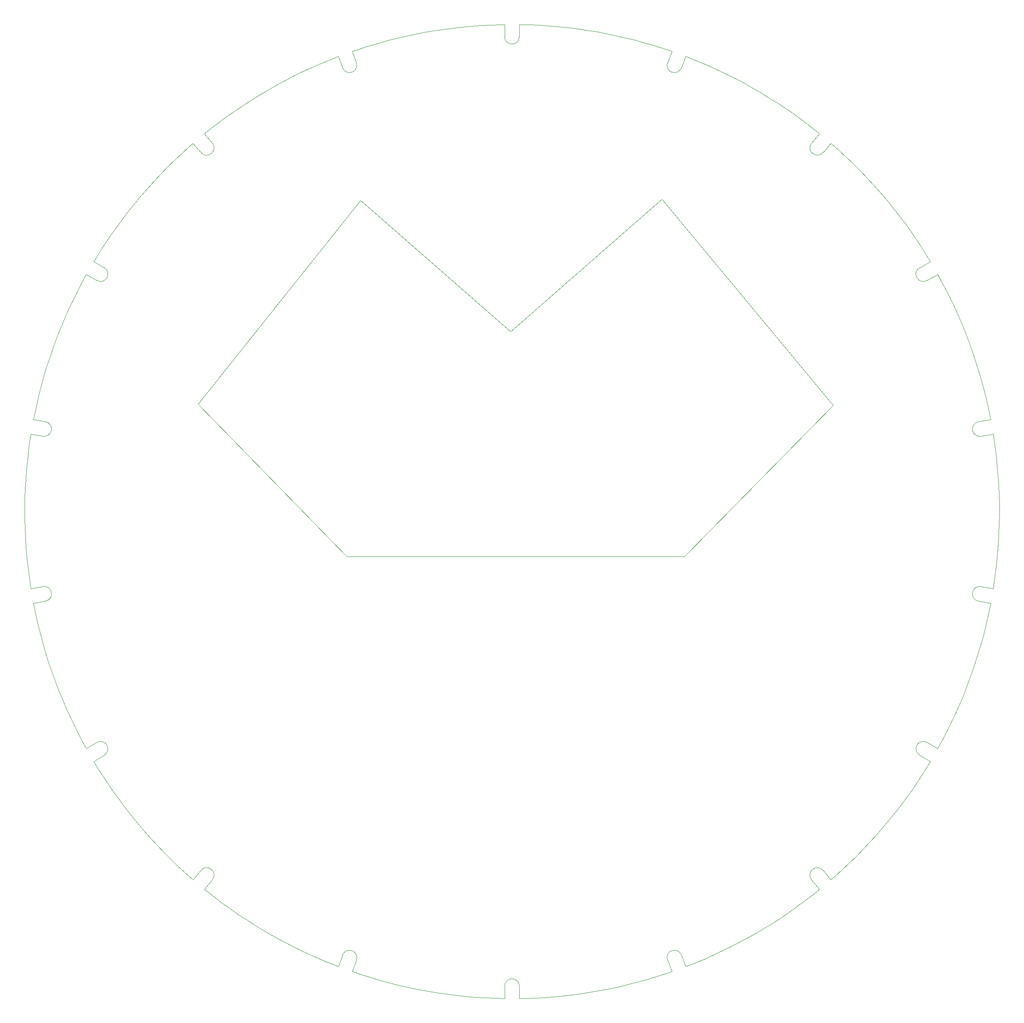
<source format=gbr>
%TF.GenerationSoftware,KiCad,Pcbnew,7.0.6*%
%TF.CreationDate,2023-09-01T12:50:58+02:00*%
%TF.ProjectId,gs,67732e6b-6963-4616-945f-706362585858,rev?*%
%TF.SameCoordinates,Original*%
%TF.FileFunction,Profile,NP*%
%FSLAX46Y46*%
G04 Gerber Fmt 4.6, Leading zero omitted, Abs format (unit mm)*
G04 Created by KiCad (PCBNEW 7.0.6) date 2023-09-01 12:50:58*
%MOMM*%
%LPD*%
G01*
G04 APERTURE LIST*
%TA.AperFunction,Profile*%
%ADD10C,0.100000*%
%TD*%
G04 APERTURE END LIST*
D10*
X217144194Y-45587943D02*
X219123109Y-45678203D01*
X221099820Y-45808039D01*
X223073539Y-45977400D01*
X225043473Y-46186220D01*
X227008834Y-46434414D01*
X228968837Y-46721884D01*
X230922695Y-47048512D01*
X232869626Y-47414170D01*
X234808851Y-47818710D01*
X236739593Y-48261971D01*
X238661081Y-48743775D01*
X240572543Y-49263930D01*
X242473214Y-49822225D01*
X244362334Y-50418440D01*
X246068041Y-50998002D01*
X245218557Y-53331940D01*
G75*
G03*
X248037635Y-54358000I1409543J-513060D01*
G01*
X248887236Y-52023741D01*
X249952848Y-52432132D01*
X251788250Y-53177482D01*
X253608371Y-53959408D01*
X255412481Y-54777596D01*
X257199860Y-55631717D01*
X258969790Y-56521432D01*
X260721566Y-57446383D01*
X262454482Y-58406199D01*
X264167847Y-59400495D01*
X265860975Y-60428876D01*
X267533186Y-61490929D01*
X269183812Y-62586228D01*
X270812193Y-63714335D01*
X272417676Y-64874797D01*
X273999617Y-66067151D01*
X275557384Y-67290919D01*
X276099597Y-67735195D01*
X274503089Y-69637839D01*
G75*
G03*
X276801223Y-71566201I1149111J-964161D01*
G01*
X278397951Y-69663296D01*
X278597910Y-69830726D01*
X280079452Y-71145747D01*
X281534386Y-72490148D01*
X282962128Y-73863393D01*
X284362107Y-75264929D01*
X285733763Y-76694197D01*
X287076547Y-78150624D01*
X288389920Y-79633626D01*
X289673358Y-81142612D01*
X290926345Y-82676975D01*
X292148381Y-84236101D01*
X293338975Y-85819367D01*
X294497652Y-87426138D01*
X295623947Y-89055772D01*
X296717411Y-90707615D01*
X297777604Y-92381006D01*
X298595573Y-93734408D01*
X296444604Y-94976270D01*
G75*
G03*
X297944603Y-97574347I749996J-1299030D01*
G01*
X300095869Y-96332313D01*
X300754383Y-97523728D01*
X301677385Y-99276529D01*
X302565131Y-101047449D01*
X303417266Y-102835776D01*
X304233447Y-104640795D01*
X305013349Y-106461784D01*
X305756659Y-108298013D01*
X306463079Y-110148747D01*
X307132327Y-112013246D01*
X307764134Y-113890761D01*
X308358248Y-115780543D01*
X308914431Y-117681834D01*
X309432460Y-119593873D01*
X309912128Y-121515895D01*
X310353242Y-123447129D01*
X310755627Y-125386803D01*
X310842619Y-125859754D01*
X308396628Y-126291048D01*
G75*
G03*
X308917572Y-129245471I260472J-1477252D01*
G01*
X311363901Y-128814118D01*
X311443576Y-129288359D01*
X311728866Y-131248680D01*
X311974875Y-133214316D01*
X312181505Y-135184481D01*
X312348673Y-137158387D01*
X312476311Y-139135242D01*
X312564370Y-141114255D01*
X312612814Y-143094633D01*
X312621623Y-145075585D01*
X312590794Y-147056316D01*
X312520338Y-149036034D01*
X312410284Y-151013946D01*
X312260678Y-152989260D01*
X312071578Y-154961185D01*
X311843060Y-156928932D01*
X311575214Y-158891712D01*
X311363564Y-160236441D01*
X308917572Y-159805146D01*
G75*
G03*
X308396628Y-162759570I-260472J-1477254D01*
G01*
X310842956Y-163190924D01*
X310536871Y-164742407D01*
X310112949Y-166677488D01*
X309650393Y-168603699D01*
X309149390Y-170520270D01*
X308610137Y-172426432D01*
X308032853Y-174321422D01*
X307417768Y-176204483D01*
X306765128Y-178074859D01*
X306075194Y-179931803D01*
X305348244Y-181774570D01*
X304584568Y-183602423D01*
X303784471Y-185414629D01*
X302948275Y-187210463D01*
X302076313Y-188989208D01*
X301168935Y-190750148D01*
X300226505Y-192492581D01*
X300095572Y-192718133D01*
X297944603Y-191476271D01*
G75*
G03*
X296444603Y-194074347I-750003J-1299029D01*
G01*
X298595868Y-195316380D01*
X298238010Y-195919140D01*
X297192741Y-197601894D01*
X296114011Y-199263396D01*
X295002252Y-200902981D01*
X293857911Y-202519994D01*
X292681443Y-204113785D01*
X291473322Y-205683718D01*
X290234029Y-207229164D01*
X288964063Y-208749503D01*
X287663931Y-210244127D01*
X286334152Y-211712439D01*
X284975262Y-213153849D01*
X283587802Y-214567780D01*
X282172329Y-215953667D01*
X280729410Y-217310955D01*
X279259621Y-218639100D01*
X278397731Y-219387060D01*
X276801224Y-217484417D01*
G75*
G03*
X274503090Y-219412780I-1149024J-964183D01*
G01*
X276099818Y-221315685D01*
X274694979Y-222443420D01*
X273123705Y-223649795D01*
X271528606Y-224824489D01*
X269910322Y-225967033D01*
X268269502Y-227076968D01*
X266606801Y-228153850D01*
X264922887Y-229197247D01*
X263218433Y-230206743D01*
X261494120Y-231181932D01*
X259750641Y-232122425D01*
X257988692Y-233027845D01*
X256208981Y-233897829D01*
X254412217Y-234732028D01*
X252599122Y-235530109D01*
X250770421Y-236291754D01*
X248926848Y-237016655D01*
X248887118Y-237026554D01*
X248037635Y-234692617D01*
G75*
G03*
X245218557Y-235718676I-1409535J-512983D01*
G01*
X246068158Y-238052937D01*
X245198038Y-238355084D01*
X243314294Y-238968075D01*
X241418663Y-239543252D01*
X239511902Y-240080385D01*
X237594776Y-240579258D01*
X235668052Y-241039672D01*
X233732501Y-241461443D01*
X231788899Y-241844401D01*
X229838023Y-242188393D01*
X227880655Y-242493281D01*
X225917579Y-242758944D01*
X223949579Y-242985275D01*
X221977445Y-243172183D01*
X220001966Y-243319594D01*
X218023933Y-243427448D01*
X216044138Y-243495703D01*
X215123152Y-243509034D01*
X215123151Y-241025308D01*
G75*
G03*
X212123152Y-241025309I-1499951J8D01*
G01*
X212123151Y-243509376D01*
X212082433Y-243513319D01*
X210102110Y-243462674D01*
X208123195Y-243372415D01*
X206146484Y-243242579D01*
X204172765Y-243073217D01*
X202202831Y-242864397D01*
X200237469Y-242616203D01*
X198277467Y-242328734D01*
X196323609Y-242002105D01*
X194376678Y-241636447D01*
X192437453Y-241231907D01*
X190506710Y-240788646D01*
X188585223Y-240306842D01*
X186673761Y-239786688D01*
X184773089Y-239228392D01*
X182883970Y-238632178D01*
X181178263Y-238052616D01*
X182027747Y-235718677D01*
G75*
G03*
X179208668Y-234692617I-1409547J513077D01*
G01*
X178359068Y-237026876D01*
X177293456Y-236618486D01*
X175458054Y-235873135D01*
X173637933Y-235091210D01*
X171833823Y-234273022D01*
X170046444Y-233418900D01*
X168276513Y-232529186D01*
X166524738Y-231604235D01*
X164791822Y-230644419D01*
X163078457Y-229650122D01*
X161385329Y-228621741D01*
X159713118Y-227559689D01*
X158062492Y-226464390D01*
X156434111Y-225336283D01*
X154828628Y-224175821D01*
X153246687Y-222983467D01*
X151688920Y-221759698D01*
X151146707Y-221315423D01*
X152743215Y-219412779D01*
G75*
G03*
X150445081Y-217484416I-1149115J964179D01*
G01*
X148848353Y-219387322D01*
X148648394Y-219219892D01*
X147166852Y-217904871D01*
X145711918Y-216560470D01*
X144284176Y-215187225D01*
X142884197Y-213785688D01*
X141512541Y-212356421D01*
X140169757Y-210899994D01*
X138856384Y-209416991D01*
X137572946Y-207908006D01*
X136319959Y-206373643D01*
X135097923Y-204814516D01*
X133907329Y-203231250D01*
X132748651Y-201624479D01*
X131622357Y-199994845D01*
X130528893Y-198343002D01*
X129468700Y-196669611D01*
X128650731Y-195316210D01*
X130801700Y-194074347D01*
G75*
G03*
X129301701Y-191476271I-750000J1299047D01*
G01*
X127150435Y-192718304D01*
X126491921Y-191526890D01*
X125568918Y-189774089D01*
X124681173Y-188003169D01*
X123829038Y-186214842D01*
X123012857Y-184409823D01*
X122232955Y-182588833D01*
X121489645Y-180752604D01*
X120783225Y-178901870D01*
X120113977Y-177037372D01*
X119482170Y-175159856D01*
X118888056Y-173270074D01*
X118331873Y-171368783D01*
X117813844Y-169456744D01*
X117334176Y-167534723D01*
X116893062Y-165603489D01*
X116490677Y-163663815D01*
X116403684Y-163190864D01*
X118849676Y-162759570D01*
G75*
G03*
X118328731Y-159805146I-260476J1477170D01*
G01*
X115882403Y-160236500D01*
X115802727Y-159762259D01*
X115517438Y-157801938D01*
X115271429Y-155836302D01*
X115064799Y-153866136D01*
X114897631Y-151892231D01*
X114769993Y-149915376D01*
X114681934Y-147936363D01*
X114633490Y-145955984D01*
X114624681Y-143975033D01*
X114655510Y-141994302D01*
X114725966Y-140014584D01*
X114836019Y-138036671D01*
X114985626Y-136061358D01*
X115174726Y-134089433D01*
X115403244Y-132121686D01*
X115671089Y-130158906D01*
X115882740Y-128814177D01*
X118328732Y-129245471D01*
G75*
G03*
X118849676Y-126291048I260468J1477171D01*
G01*
X116403348Y-125859694D01*
X116709432Y-124308210D01*
X117133355Y-122373130D01*
X117595911Y-120446918D01*
X118096914Y-118530348D01*
X118636167Y-116624186D01*
X119213451Y-114729195D01*
X119828536Y-112846135D01*
X120481176Y-110975758D01*
X121171109Y-109118814D01*
X121898059Y-107276048D01*
X122661736Y-105448195D01*
X123461833Y-103635989D01*
X124298029Y-101840154D01*
X125169991Y-100061410D01*
X126077369Y-98300469D01*
X127019799Y-96558037D01*
X127150731Y-96332485D01*
X129301701Y-97574347D01*
G75*
G03*
X130801701Y-94976271I749999J1299047D01*
G01*
X128650435Y-93734238D01*
X129008294Y-93131478D01*
X130053563Y-91448724D01*
X131132292Y-89787222D01*
X132244052Y-88147637D01*
X133388393Y-86530624D01*
X134564860Y-84936832D01*
X135772982Y-83366899D01*
X137012274Y-81821454D01*
X138282241Y-80301115D01*
X139582373Y-78806491D01*
X140912152Y-77338179D01*
X142271042Y-75896769D01*
X143658502Y-74482837D01*
X145073975Y-73096950D01*
X146516894Y-71739663D01*
X147986683Y-70411518D01*
X148848574Y-69663557D01*
X150445081Y-71566201D01*
G75*
G03*
X152743215Y-69637838I1149019J964201D01*
G01*
X151146487Y-67734932D01*
X152551325Y-66607198D01*
X154122599Y-65400823D01*
X155717698Y-64226128D01*
X157335981Y-63083585D01*
X158976802Y-61973650D01*
X160639502Y-60896768D01*
X162323417Y-59853370D01*
X164027871Y-58843874D01*
X165752184Y-57868685D01*
X167495663Y-56928192D01*
X169257612Y-56022773D01*
X171037323Y-55152789D01*
X172834087Y-54318590D01*
X174647182Y-53520509D01*
X176475882Y-52758864D01*
X178359185Y-52024064D01*
X179208669Y-54358001D01*
G75*
G03*
X182027747Y-53331941I1409531J513001D01*
G01*
X181178146Y-50997681D01*
X182048266Y-50695534D01*
X183932010Y-50082543D01*
X185827641Y-49507366D01*
X187734402Y-48970233D01*
X189651528Y-48471359D01*
X191578252Y-48010945D01*
X193513803Y-47589175D01*
X195457404Y-47206217D01*
X197408281Y-46862225D01*
X199365649Y-46557337D01*
X201328725Y-46291674D01*
X203296725Y-46065343D01*
X205268859Y-45878435D01*
X207244338Y-45731024D01*
X209222371Y-45623170D01*
X211202166Y-45554915D01*
X212123152Y-45541584D01*
X212123152Y-48025309D01*
G75*
G03*
X215123152Y-48025309I1500000J0D01*
G01*
X215123152Y-45541242D01*
X217144194Y-45587943D01*
X278892000Y-122936000D02*
X248666000Y-153670000D01*
X180086000Y-153670000D01*
X149860000Y-122682000D01*
X182880000Y-81280000D01*
X213360000Y-107950000D01*
X244094000Y-81026000D01*
X278892000Y-122936000D01*
M02*

</source>
